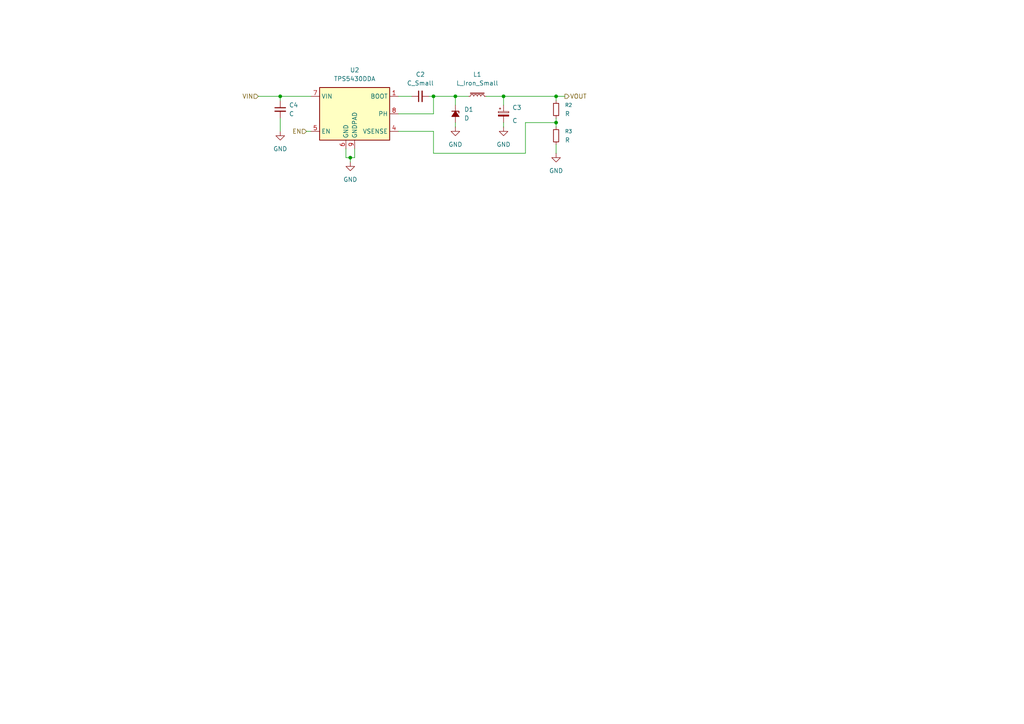
<source format=kicad_sch>
(kicad_sch (version 20250114) (generator "eeschema") (generator_version "9.0")
  (paper "A4")
  (lib_symbols
    (symbol "Device:C_Polarized_Small" (pin_numbers (hide yes)) (pin_names (offset 0.254) (hide yes))
      (property "Reference" "C" (at 0.254 1.778 0))
      (property "Value" "C_Polarized_Small" (at 0.254 -2.032 0))
      (symbol "C_Polarized_Small_0_1"
        (rectangle (start -1.524 0.6858) (end 1.524 0.3048))
        (rectangle (start -1.524 -0.3048) (end 1.524 -0.6858) (fill (type outline)))
        (polyline (pts (xy -1.27 1.524) (xy -0.762 1.524)))
        (polyline (pts (xy -1.016 1.27) (xy -1.016 1.778)))
      )
      (symbol "C_Polarized_Small_1_1"
        (pin passive line (at 0 2.54 270) (length 1.8542) (name "~") (number "1"))
        (pin passive line (at 0 -2.54 90) (length 1.8542) (name "~") (number "2"))
      )
    )
    (symbol "Device:C_Small" (pin_numbers (hide yes)) (pin_names (offset 0.254) (hide yes))
      (property "Reference" "C" (at 0.254 1.778 0))
      (property "Value" "C_Small" (at 0.254 -2.032 0))
      (symbol "C_Small_0_1"
        (polyline (pts (xy -1.524 0.508) (xy 1.524 0.508)) (stroke (width 0.3048)))
        (polyline (pts (xy -1.524 -0.508) (xy 1.524 -0.508)) (stroke (width 0.3302)))
      )
      (symbol "C_Small_1_1"
        (pin passive line (at 0 2.54 270) (length 2.032) (name "~") (number "1"))
        (pin passive line (at 0 -2.54 90) (length 2.032) (name "~") (number "2"))
      )
    )
    (symbol "Device:D_Zener_Small_Filled" (pin_numbers (hide yes)) (pin_names (offset 0.254) (hide yes))
      (property "Reference" "D" (at 0 2.286 0))
      (property "Value" "D_Zener_Small_Filled" (at 0 -2.286 0))
      (symbol "D_Zener_Small_Filled_0_1"
        (polyline (pts (xy -0.254 1.016) (xy -0.762 1.016) (xy -0.762 -1.016)) (stroke (width 0.254)))
        (polyline (pts (xy 0.762 1.016) (xy -0.762 0) (xy 0.762 -1.016) (xy 0.762 1.016)) (stroke (width 0.254)) (fill (type outline)))
        (polyline (pts (xy 0.762 0) (xy -0.762 0)))
      )
      (symbol "D_Zener_Small_Filled_1_1"
        (pin passive line (at -2.54 0 0) (length 1.778) (name "K") (number "1"))
        (pin passive line (at 2.54 0 180) (length 1.778) (name "A") (number "2"))
      )
    )
    (symbol "Device:L_Iron_Small" (pin_numbers (hide yes)) (pin_names (offset 0.254) (hide yes))
      (property "Reference" "L" (at 1.27 1.016 0))
      (property "Value" "L_Iron_Small" (at 1.27 -1.27 0))
      (symbol "L_Iron_Small_0_1"
        (arc (start 0 2.032) (mid 0.5058 1.524) (end 0 1.016))
        (arc (start 0 1.016) (mid 0.5058 0.508) (end 0 0))
        (arc (start 0 0) (mid 0.5058 -0.508) (end 0 -1.016))
        (arc (start 0 -1.016) (mid 0.5058 -1.524) (end 0 -2.032))
        (polyline (pts (xy 0.762 2.032) (xy 0.762 -2.032)))
        (polyline (pts (xy 1.016 -2.032) (xy 1.016 2.032)))
      )
      (symbol "L_Iron_Small_1_1"
        (pin passive line (at 0 2.54 270) (length 0.508) (name "~") (number "1"))
        (pin passive line (at 0 -2.54 90) (length 0.508) (name "~") (number "2"))
      )
    )
    (symbol "Device:R_Small" (pin_numbers (hide yes)) (pin_names (offset 0.254) (hide yes))
      (property "Reference" "R" (at 0 0 90))
      (property "Value" "R_Small" (at 1.778 0 90))
      (symbol "R_Small_0_1"
        (rectangle (start -0.762 1.778) (end 0.762 -1.778) (stroke (width 0.2032)))
      )
      (symbol "R_Small_1_1"
        (pin passive line (at 0 2.54 270) (length 0.762) (name "~") (number "1"))
        (pin passive line (at 0 -2.54 90) (length 0.762) (name "~") (number "2"))
      )
    )
    (symbol "Regulator_Switching:TPS5430DDA"
      (property "Reference" "U" (at -10.16 8.89 0))
      (property "Value" "TPS5430DDA" (at -1.27 8.89 0))
      (symbol "TPS5430DDA_0_1"
        (rectangle (start -10.16 7.62) (end 10.16 -7.62) (stroke (width 0.254)) (fill (type background)))
      )
      (symbol "TPS5430DDA_1_1"
        (pin power_in line (at -12.7 5.08 0) (length 2.54) (name "VIN") (number "7"))
        (pin input line (at -12.7 -5.08 0) (length 2.54) (name "EN") (number "5"))
        (pin no_connect line (at -10.16 2.54 0) (length 2.54) (hide yes) (name "NC") (number "2"))
        (pin no_connect line (at -10.16 -2.54 0) (length 2.54) (hide yes) (name "NC") (number "3"))
        (pin power_in line (at -2.54 -10.16 90) (length 2.54) (name "GND") (number "6"))
        (pin power_in line (at 0 -10.16 90) (length 2.54) (name "GNDPAD") (number "9"))
        (pin input line (at 12.7 5.08 180) (length 2.54) (name "BOOT") (number "1"))
        (pin output line (at 12.7 0 180) (length 2.54) (name "PH") (number "8"))
        (pin input line (at 12.7 -5.08 180) (length 2.54) (name "VSENSE") (number "4"))
      )
    )
    (symbol "power:GND" (power) (pin_numbers (hide yes)) (pin_names (offset 0) (hide yes))
      (property "Value" "GND" (at 0 -3.81 0))
      (symbol "GND_0_1"
        (polyline (pts (xy 0 0) (xy 0 -1.27) (xy 1.27 -1.27) (xy 0 -2.54) (xy -1.27 -1.27) (xy 0 -1.27)))
      )
      (symbol "GND_1_1"
        (pin power_in line (at 0 0 270) (length 0) (name "~") (number "1"))
      )
    )
  )
  (junction (at 161.29 35.56))
  (junction (at 146.05 27.94))
  (junction (at 161.29 27.94))
  (junction (at 101.6 45.72))
  (junction (at 125.73 27.94))
  (junction (at 81.28 27.94))
  (junction (at 132.08 27.94))
  (wire (pts (xy 102.87 45.72) (xy 102.87 43.18)))
  (wire (pts (xy 88.9 38.1) (xy 90.17 38.1)))
  (wire (pts (xy 124.46 27.94) (xy 125.73 27.94)))
  (wire (pts (xy 161.29 34.29) (xy 161.29 35.56)))
  (wire (pts (xy 90.17 27.94) (xy 81.28 27.94)))
  (wire (pts (xy 152.4 35.56) (xy 161.29 35.56)))
  (wire (pts (xy 132.08 30.48) (xy 132.08 27.94)))
  (wire (pts (xy 161.29 27.94) (xy 161.29 29.21)))
  (wire (pts (xy 146.05 27.94) (xy 140.97 27.94)))
  (wire (pts (xy 81.28 27.94) (xy 81.28 29.21)))
  (wire (pts (xy 152.4 44.45) (xy 152.4 35.56)))
  (wire (pts (xy 81.28 34.29) (xy 81.28 38.1)))
  (wire (pts (xy 100.33 45.72) (xy 100.33 43.18)))
  (wire (pts (xy 125.73 38.1) (xy 125.73 44.45)))
  (wire (pts (xy 161.29 35.56) (xy 161.29 36.83)))
  (wire (pts (xy 132.08 35.56) (xy 132.08 36.83)))
  (wire (pts (xy 74.93 27.94) (xy 81.28 27.94)))
  (wire (pts (xy 115.57 33.02) (xy 125.73 33.02)))
  (wire (pts (xy 125.73 33.02) (xy 125.73 27.94)))
  (wire (pts (xy 146.05 27.94) (xy 146.05 30.48)))
  (wire (pts (xy 161.29 27.94) (xy 163.83 27.94)))
  (wire (pts (xy 115.57 27.94) (xy 119.38 27.94)))
  (wire (pts (xy 101.6 45.72) (xy 102.87 45.72)))
  (wire (pts (xy 101.6 45.72) (xy 100.33 45.72)))
  (wire (pts (xy 146.05 27.94) (xy 161.29 27.94)))
  (wire (pts (xy 135.89 27.94) (xy 132.08 27.94)))
  (wire (pts (xy 125.73 44.45) (xy 152.4 44.45)))
  (wire (pts (xy 132.08 27.94) (xy 125.73 27.94)))
  (wire (pts (xy 115.57 38.1) (xy 125.73 38.1)))
  (wire (pts (xy 146.05 35.56) (xy 146.05 36.83)))
  (wire (pts (xy 161.29 41.91) (xy 161.29 44.45)))
  (wire (pts (xy 101.6 46.99) (xy 101.6 45.72)))
  (hierarchical_label "VOUT" (shape output) (at 163.83 27.94 0))
  (hierarchical_label "VIN" (shape input) (at 74.93 27.94 180))
  (hierarchical_label "EN" (shape input) (at 88.9 38.1 180))
  (symbol (lib_id "power:GND") (at 161.29 44.45 0) (unit 1)
    (property "Reference" "#PWR02" (effects (hide yes)))
    (property "Value" "GND" (at 161.29 49.53 0))
    (property "Description" "Power symbol creates a global label with name \"GND\" , ground" (effects (hide yes)))
    (instances (project "CanSatPCB" (path "" (reference "#PWR02") (unit 1)) (path "" (reference "#PWR020") (unit 1))))
  )
  (symbol (lib_id "Device:D_Zener_Small_Filled") (at 132.08 33.02 270) (unit 1)
    (property "Reference" "D1" (at 134.62 31.7499 90) (effects (justify left)))
    (property "Value" "D" (at 134.62 34.2899 90) (effects (justify left)))
    (property "Description" "Zener diode, small symbol, filled shape" (effects (hide yes)))
    (instances (project "CanSatPCB" (path "" (reference "D1") (unit 1)) (path "" (reference "D2") (unit 1))))
  )
  (symbol (lib_id "power:GND") (at 132.08 36.83 0) (unit 1)
    (property "Reference" "#PWR01" (effects (hide yes)))
    (property "Value" "GND" (at 132.08 41.91 0))
    (property "Description" "Power symbol creates a global label with name \"GND\" , ground" (effects (hide yes)))
    (instances (project "CanSatPCB" (path "" (reference "#PWR01") (unit 1)) (path "" (reference "#PWR018") (unit 1))))
  )
  (symbol (lib_id "Device:C_Polarized_Small") (at 146.05 33.02 0) (unit 1)
    (property "Reference" "C3" (at 148.59 31.2038 0) (effects (justify left)))
    (property "Value" "C" (at 148.59 35.0138 0) (effects (justify left)))
    (property "Description" "Polarized capacitor, small symbol" (effects (hide yes)))
    (instances (project "CanSatPCB" (path "" (reference "C3") (unit 1)) (path "" (reference "C7") (unit 1))))
  )
  (symbol (lib_id "Regulator_Switching:TPS5430DDA") (at 102.87 33.02 0) (unit 1)
    (property "Reference" "U2" (at 102.87 20.32 0))
    (property "Value" "TPS5430DDA" (at 102.87 22.86 0))
    (property "Footprint" "Package_SO:TI_SO-PowerPAD-8_ThermalVias" (effects (hide yes)))
    (property "Datasheet" "http://www.ti.com/lit/ds/symlink/tps5430.pdf" (effects (hide yes)))
    (property "Description" "3A, Step Down Swift Converter, Adjustable Output Voltage, 5.5-36V Input Voltage, PowerSO-8" (effects (hide yes)))
    (instances (project "CanSatPCB" (path "" (reference "U2") (unit 1)) (path "" (reference "U3") (unit 1))))
  )
  (symbol (lib_id "Device:C_Small") (at 121.92 27.94 90) (unit 1)
    (property "Reference" "C2" (at 121.9263 21.59 90))
    (property "Value" "C_Small" (at 121.9263 24.13 90))
    (property "Description" "Unpolarized capacitor, small symbol" (effects (hide yes)))
    (instances (project "CanSatPCB" (path "" (reference "C2") (unit 1)) (path "" (reference "C6") (unit 1))))
  )
  (symbol (lib_id "Device:C_Small") (at 81.28 31.75 0) (unit 1)
    (property "Reference" "C4" (at 83.82 30.4862 0) (effects (justify left)))
    (property "Value" "C" (at 83.82 33.0262 0) (effects (justify left)))
    (property "Description" "Unpolarized capacitor, small symbol" (effects (hide yes)))
    (instances (project "CanSatPCB" (path "" (reference "C4") (unit 1)) (path "" (reference "C5") (unit 1))))
  )
  (symbol (lib_id "Device:R_Small") (at 161.29 39.37 0) (unit 1)
    (property "Reference" "R3" (at 163.83 38.0999 0) (effects (font (size 1.016 1.016)) (justify left)))
    (property "Value" "R" (at 163.83 40.6399 0) (effects (justify left)))
    (property "Description" "Resistor, small symbol" (effects (hide yes)))
    (instances (project "CanSatPCB" (path "" (reference "R3") (unit 1)) (path "" (reference "R9") (unit 1))))
  )
  (symbol (lib_id "Device:L_Iron_Small") (at 138.43 27.94 90) (unit 1)
    (property "Reference" "L1" (at 138.43 21.59 90))
    (property "Value" "L_Iron_Small" (at 138.43 24.13 90))
    (property "Description" "Inductor with iron core, small symbol" (effects (hide yes)))
    (instances (project "CanSatPCB" (path "" (reference "L1") (unit 1)) (path "" (reference "L2") (unit 1))))
  )
  (symbol (lib_id "power:GND") (at 101.6 46.99 0) (unit 1)
    (property "Reference" "#PWR05" (effects (hide yes)))
    (property "Value" "GND" (at 101.6 52.07 0))
    (property "Description" "Power symbol creates a global label with name \"GND\" , ground" (effects (hide yes)))
    (instances (project "CanSatPCB" (path "" (reference "#PWR05") (unit 1)) (path "" (reference "#PWR017") (unit 1))))
  )
  (symbol (lib_id "power:GND") (at 146.05 36.83 0) (unit 1)
    (property "Reference" "#PWR04" (effects (hide yes)))
    (property "Value" "GND" (at 146.05 41.91 0))
    (property "Description" "Power symbol creates a global label with name \"GND\" , ground" (effects (hide yes)))
    (instances (project "CanSatPCB" (path "" (reference "#PWR04") (unit 1)) (path "" (reference "#PWR019") (unit 1))))
  )
  (symbol (lib_id "Device:R_Small") (at 161.29 31.75 0) (unit 1)
    (property "Reference" "R2" (at 163.83 30.4799 0) (effects (font (size 1.016 1.016)) (justify left)))
    (property "Value" "R" (at 163.83 33.0199 0) (effects (justify left)))
    (property "Description" "Resistor, small symbol" (effects (hide yes)))
    (instances (project "CanSatPCB" (path "" (reference "R2") (unit 1)) (path "" (reference "R8") (unit 1))))
  )
  (symbol (lib_id "power:GND") (at 81.28 38.1 0) (unit 1)
    (property "Reference" "#PWR03" (effects (hide yes)))
    (property "Value" "GND" (at 81.28 43.18 0))
    (property "Description" "Power symbol creates a global label with name \"GND\" , ground" (effects (hide yes)))
    (instances (project "CanSatPCB" (path "" (reference "#PWR03") (unit 1)) (path "" (reference "#PWR016") (unit 1))))
  )
)
</source>
